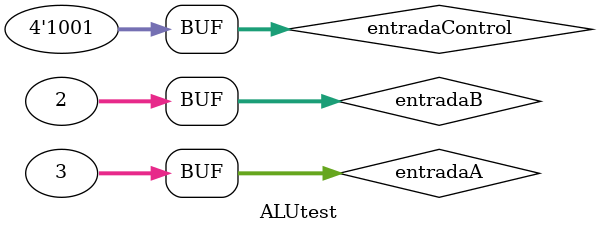
<source format=v>
`timescale 1ns / 1ps


module ALUtest;

	// Inputs
	reg [31:0] entradaA;
	reg [31:0] entradaB;
	reg [3:0] entradaControl;

	// Outputs
	wire Zero;
	wire [31:0] ALUresult;

	// Instantiate the Unit Under Test (UUT)
	ALU uut (
		.entradaA(entradaA), 
		.entradaB(entradaB), 
		.entradaControl(entradaControl), 
		.Zero(Zero), 
		.ALUresult(ALUresult)
	);

	initial begin
		// Initialize Inputs
		entradaA = 3;
		entradaB = 2;
		entradaControl = 9;

		// Wait 100 ns for global reset to finish
		#10;
		#5 entradaControl = 0;
		#5 entradaControl = 1;
		#5 entradaControl = 2;
		#5 entradaControl = 6;
		#5 entradaControl = 12;
		#5 entradaControl = 9;
        
		// Add stimulus here

	end
      
endmodule


</source>
